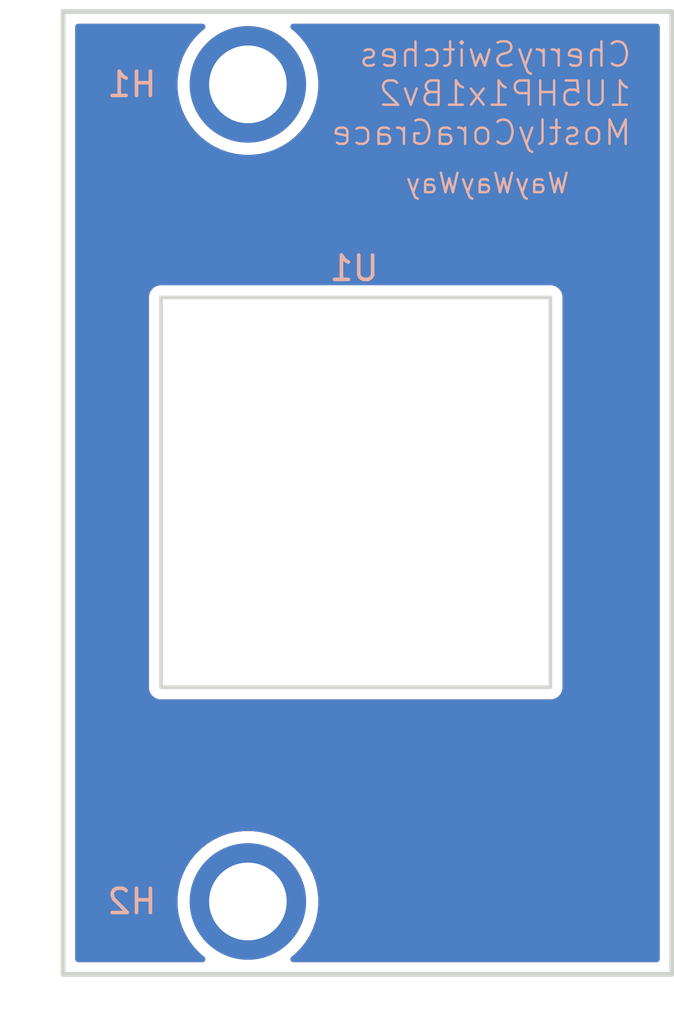
<source format=kicad_pcb>
(kicad_pcb (version 20241229) (generator "pcbnew") (generator_version "9.0")
  (layers (0 "F.Cu" signal) (2 "B.Cu" signal) (13 "F.Paste" user) (15 "B.Paste" user) (5 "F.SilkS" user "F.Silkscreen") (7 "B.SilkS" user "B.Silkscreen") (1 "F.Mask" user) (3 "B.Mask" user) (25 "Edge.Cuts" user))
  (net 0 "")
  (footprint "EXC:SW_Cherry_MX_1.00u_Clearance" (layer "F.Cu") (at 12.065 22.225)
    (property "Reference" "U1" (at -0.065 -9.225 0) (layer "B.SilkS") (effects (justify mirror)))
    (property "Value" "~")
    (fp_rect (start -8.025 -8.025) (end 8.025 8.025) (stroke (width 0.15)) (fill no) (layer "Edge.Cuts"))
  )
  (footprint "EXC:MountingHole_3.2mm_M3" (layer "F.Cu") (at 7.62 39.075)
    (property "Reference" "H2" (at -3.683 0 0) (layer "B.SilkS") (effects (justify left mirror)))
    (property "Value" "Eurorack_M3_MountingHole")
    (pad "" thru_hole circle (at 0 0) (size 4.8 4.8) (drill 3.2) (layers "*.Cu" "*.Mask"))
  )
  (footprint "EXC:MountingHole_3.2mm_M3" (layer "F.Cu") (at 7.62 5.425)
    (property "Reference" "H1" (at -3.683 0 0) (layer "B.SilkS") (effects (justify left mirror)))
    (property "Value" "Eurorack_M3_MountingHole")
    (pad "" thru_hole circle (at 0 0) (size 4.8 4.8) (drill 3.2) (layers "*.Cu" "*.Mask"))
  )
  (gr_line (start 0 2.425) (end 0 42.075) (stroke (width 0.2)) (layer "Edge.Cuts"))
  (gr_line (start 0 42.075) (end 25.1 42.075) (stroke (width 0.2)) (layer "Edge.Cuts"))
  (gr_line (start 25.1 42.075) (end 25.1 2.425) (stroke (width 0.2)) (layer "Edge.Cuts"))
  (gr_line (start 0 2.425) (end 25.1 2.425) (stroke (width 0.2)) (layer "Edge.Cuts"))
  (gr_text "WayWayWay" (at 17.5 9.5 0) (layer "B.SilkS") (effects (font (size 0.8 0.8) (thickness 0.1)) (justify mirror)))
  (gr_text "CherrySwitches\n1U5HP1x1Bv2\nMostlyCoraGrace" (at 23.5 8 0) (layer "B.SilkS") (effects (font (size 1 1) (thickness 0.1)) (justify left bottom mirror)))
  (zone (net 0) (net_name "") (layer "F.Cu") (connect_pads (clearance 0.5)) (min_thickness 0.25) (fill yes (thermal_gap 0.5) (thermal_bridge_width 0.5) (island_removal_mode 1) (island_area_min 10))
    (polygon (pts (xy 0 2.5) (xy 25 2.5) (xy 25 11) (xy 25 12.5) (xy 25 33.5) (xy 25 42) (xy 12 42) (xy 0 42)))
  )
  (zone (net 0) (net_name "") (layer "B.Cu") (connect_pads (clearance 0.5)) (min_thickness 0.25) (fill yes (thermal_gap 0.5) (thermal_bridge_width 0.5) (island_removal_mode 1) (island_area_min 10))
    (polygon (pts (xy 0 2.5) (xy 25 2.5) (xy 25 11) (xy 25 14) (xy 25 34.5) (xy 25 42) (xy 12 42) (xy 0 42)))
  )
)
</source>
